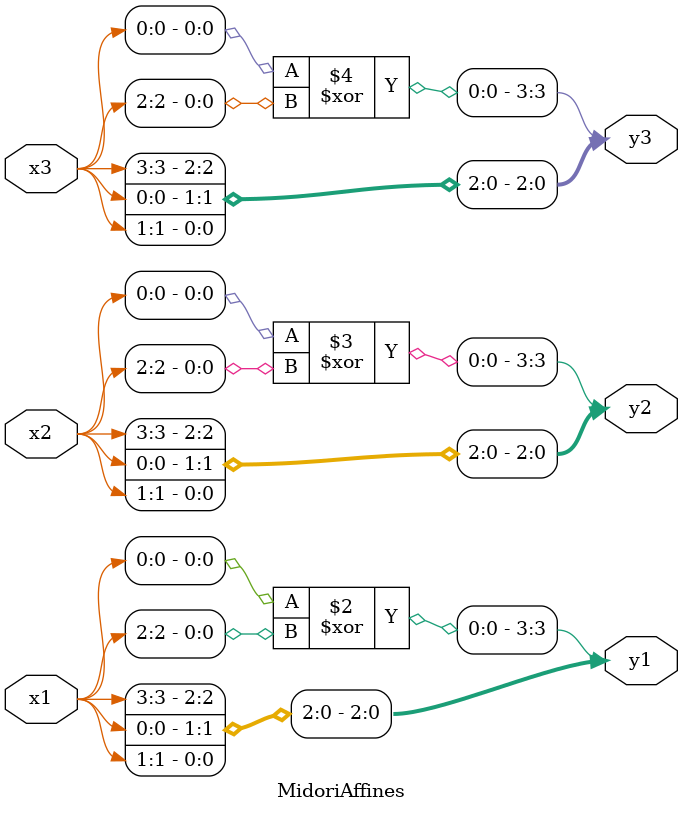
<source format=v>
/*
* -----------------------------------------------------------------
* AUTHOR  : Aein Rezaei Shahmirzadi (aein.rezaeishahmirzadi@rub.de)
* DOCUMENT: "Cryptanalysis of Efficient Masked Ciphers: Applications to Low Latency" (TCHES 2022, Issue 1)
* -----------------------------------------------------------------
*
* Copyright (c) 2021, Aein Rezaei Shahmirzadi
*
* All rights reserved.
*
* THIS SOFTWARE IS PROVIDED BY THE COPYRIGHT HOLDERS AND CONTRIBUTORS "AS IS" AND
* ANY EXPRESS OR IMPLIED WARRANTIES, INCLUDING, BUT NOT LIMITED TO, THE IMPLIED
* WARRANTIES OF MERCHANTABILITY AND FITNESS FOR A PARTICULAR PURPOSE ARE
* DISCLAIMED. IN NO EVENT SHALL THE COPYRIGHT HOLDER OR CONTRIBUTERS BE LIABLE FOR ANY
* DIRECT, INDIRECT, INCIDENTAL, SPECIAL, EXEMPLARY, OR CONSEQUENTIAL DAMAGES
* (INCLUDING, BUT NOT LIMITED TO, PROCUREMENT OF SUBSTITUTE GOODS OR SERVICES;
* LOSS OF USE, DATA, OR PROFITS; OR BUSINESS INTERRUPTION) HOWEVER CAUSED AND
* ON ANY THEORY OF LIABILITY, WHETHER IN CONTRACT, STRICT LIABILITY, OR TORT
* (INCLUDING NEGLIGENCE OR OTHERWISE) ARISING IN ANY WAY OUT OF THE USE OF THIS
* SOFTWARE, EVEN IF ADVISED OF THE POSSIBILITY OF SUCH DAMAGE.
*
* Please see LICENSE and README for license and further instructions.
*/

module MidoriAffines(
    input [3:0] x1,
    input [3:0] x2,
    input [3:0] x3,
    output [3:0] y1,
    output [3:0] y2,
    output [3:0] y3
    );

	parameter num = 1;
	
	wire [3:0] notx1;
	assign notx1 = ~x1;
	
	generate
		//input affine
		if(num == 1) begin
			assign y1 = {x1[0] ^ x1[2],x1[3],x1[0],x1[1]};
			assign y2 = {x2[0] ^ x2[2],x2[3],x2[0],x2[1]};
			assign y3 = {x3[0] ^ x3[2],x3[3],x3[0],x3[1]};
		end
		//output affine
		if(num == 2) begin
			assign y1 = {~x1[1], x1[2] ^ x1[3], x1[0], x1[2]};
			assign y2 = {x2[1], x2[2] ^ x2[3], x2[0], x2[2]};
			assign y3 = {x3[1], x3[2] ^ x3[3], x3[0], x3[2]};
		end
		//middle affine
		if(num == 3) begin
			assign y1 = {x1[2] ~^ x1[0], x1[0], x1[1], x1[1] ^ x1[3]};
			assign y2 = {x2[2] ~^ x2[0], x2[0], x2[1], x2[1] ^ x2[3]};
			assign y3 = {x3[2] ~^ x3[0], x3[0], x3[1], x3[1] ^ x3[3]};
		end
   endgenerate

endmodule

</source>
